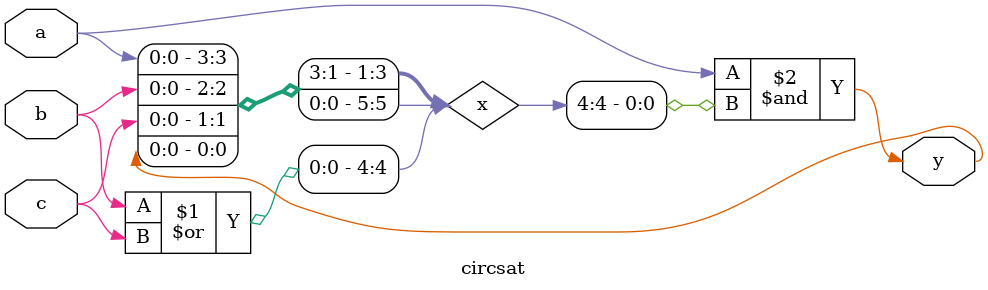
<source format=v>

module circsat (a, b, c, y);
   input a, b, c;
   output y;
   wire [1:10] x;

   assign x[1] = a;
   assign x[2] = b;
   assign x[3] = c;
   assign x[4] = x[2] | x[3];
   assign x[5] = x[1] & x[4];
   assign y = x[5];
endmodule // circsat

</source>
